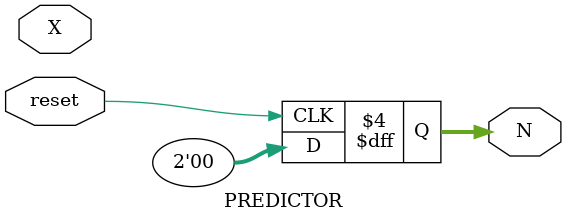
<source format=v>

module BHT(output [1:0] D, input [9:0] A, input [1:0] I, input WR);
    reg [1:0] data[0:1023];
    integer i;
    initial begin
        for (i=0; i<1024; i=i+1) begin
            data[i]<=2'b00;
        end
    end
    always @(negedge WR) begin
        if (!WR) data[A]=I;
    end
    assign D=data[A];
endmodule

module MUX1(output [1:0] out, input [1:0] in1, input [1:0] in2, input sel);
    assign out=sel?in2:in1;
endmodule

module PREDICTOR(output [1:0] N, input X, input reset);
    reg [1:0] N;
    always @(negedge reset) begin
        if (!reset) N<=2'b00;
        else begin
            case(N)
                2'b00: begin
                    if (X) N<=2'b01;
                    else N<=2'b00;
                end
                2'b01: begin
                    if (X) N<=2'b11;
                    else N<=2'b00;
                end
                2'b10: begin
                    if (X) N<=2'b11;
                    else N<=2'b00;
                end
                2'b11: begin
                    if (X) N<=2'b11;
                    else N<=2'b10;
                end
            endcase
        end
    end
endmodule
</source>
